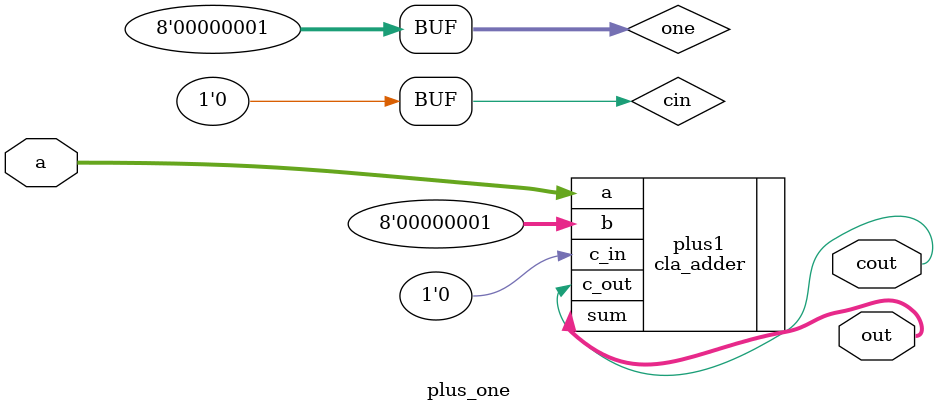
<source format=v>
`timescale 1ns / 1ps


module plus_one(
    input [7:0] a,
    output cout,
    output [7:0] out
    );
    wire [7:0] one ;
    wire cin;
    assign one = 8'b00000001;
    assign cin = 0;
    
    cla_adder plus1 (.a(a),.b(one),.c_in(cin), .c_out(cout), .sum(out));
    
endmodule

</source>
